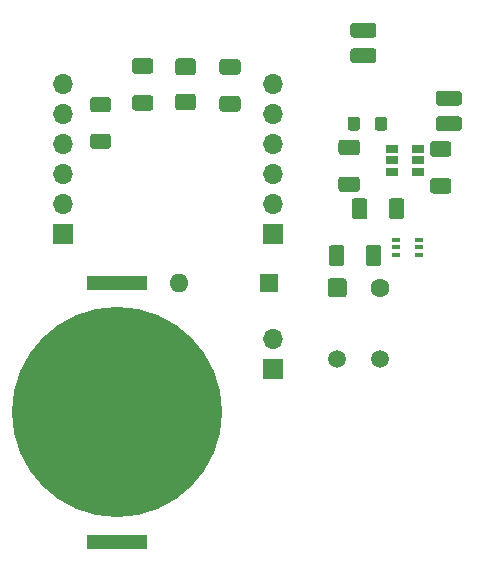
<source format=gbr>
%TF.GenerationSoftware,KiCad,Pcbnew,(5.1.10-1-10_14)*%
%TF.CreationDate,2021-06-28T12:16:04-04:00*%
%TF.ProjectId,fox_hunt_2m_fm,666f785f-6875-46e7-945f-326d5f666d2e,rev?*%
%TF.SameCoordinates,Original*%
%TF.FileFunction,Soldermask,Top*%
%TF.FilePolarity,Negative*%
%FSLAX46Y46*%
G04 Gerber Fmt 4.6, Leading zero omitted, Abs format (unit mm)*
G04 Created by KiCad (PCBNEW (5.1.10-1-10_14)) date 2021-06-28 12:16:04*
%MOMM*%
%LPD*%
G01*
G04 APERTURE LIST*
%ADD10O,1.600000X1.600000*%
%ADD11R,1.600000X1.600000*%
%ADD12R,0.650000X0.400000*%
%ADD13R,1.060000X0.650000*%
%ADD14C,1.500000*%
%ADD15C,1.600000*%
%ADD16O,1.700000X1.700000*%
%ADD17R,1.700000X1.700000*%
%ADD18R,5.080000X1.270000*%
%ADD19C,17.800000*%
G04 APERTURE END LIST*
%TO.C,C7*%
G36*
G01*
X140819160Y-118402220D02*
X139569160Y-118402220D01*
G75*
G02*
X139319160Y-118152220I0J250000D01*
G01*
X139319160Y-117227220D01*
G75*
G02*
X139569160Y-116977220I250000J0D01*
G01*
X140819160Y-116977220D01*
G75*
G02*
X141069160Y-117227220I0J-250000D01*
G01*
X141069160Y-118152220D01*
G75*
G02*
X140819160Y-118402220I-250000J0D01*
G01*
G37*
G36*
G01*
X140819160Y-121377220D02*
X139569160Y-121377220D01*
G75*
G02*
X139319160Y-121127220I0J250000D01*
G01*
X139319160Y-120202220D01*
G75*
G02*
X139569160Y-119952220I250000J0D01*
G01*
X140819160Y-119952220D01*
G75*
G02*
X141069160Y-120202220I0J-250000D01*
G01*
X141069160Y-121127220D01*
G75*
G02*
X140819160Y-121377220I-250000J0D01*
G01*
G37*
%TD*%
D10*
%TO.C,D1*%
X139630000Y-136000000D03*
D11*
X147250000Y-136000000D03*
%TD*%
%TO.C,L3*%
G36*
G01*
X161650000Y-121875000D02*
X163350000Y-121875000D01*
G75*
G02*
X163600000Y-122125000I0J-250000D01*
G01*
X163600000Y-122875000D01*
G75*
G02*
X163350000Y-123125000I-250000J0D01*
G01*
X161650000Y-123125000D01*
G75*
G02*
X161400000Y-122875000I0J250000D01*
G01*
X161400000Y-122125000D01*
G75*
G02*
X161650000Y-121875000I250000J0D01*
G01*
G37*
G36*
G01*
X161650000Y-119725000D02*
X163350000Y-119725000D01*
G75*
G02*
X163600000Y-119975000I0J-250000D01*
G01*
X163600000Y-120725000D01*
G75*
G02*
X163350000Y-120975000I-250000J0D01*
G01*
X161650000Y-120975000D01*
G75*
G02*
X161400000Y-120725000I0J250000D01*
G01*
X161400000Y-119975000D01*
G75*
G02*
X161650000Y-119725000I250000J0D01*
G01*
G37*
%TD*%
%TO.C,L2*%
G36*
G01*
X154400000Y-116125000D02*
X156100000Y-116125000D01*
G75*
G02*
X156350000Y-116375000I0J-250000D01*
G01*
X156350000Y-117125000D01*
G75*
G02*
X156100000Y-117375000I-250000J0D01*
G01*
X154400000Y-117375000D01*
G75*
G02*
X154150000Y-117125000I0J250000D01*
G01*
X154150000Y-116375000D01*
G75*
G02*
X154400000Y-116125000I250000J0D01*
G01*
G37*
G36*
G01*
X154400000Y-113975000D02*
X156100000Y-113975000D01*
G75*
G02*
X156350000Y-114225000I0J-250000D01*
G01*
X156350000Y-114975000D01*
G75*
G02*
X156100000Y-115225000I-250000J0D01*
G01*
X154400000Y-115225000D01*
G75*
G02*
X154150000Y-114975000I0J250000D01*
G01*
X154150000Y-114225000D01*
G75*
G02*
X154400000Y-113975000I250000J0D01*
G01*
G37*
%TD*%
D12*
%TO.C,U2*%
X159954000Y-132319000D03*
X159954000Y-133619000D03*
X158054000Y-132969000D03*
X159954000Y-132969000D03*
X158054000Y-133619000D03*
X158054000Y-132319000D03*
%TD*%
D13*
%TO.C,U1*%
X159850000Y-125603000D03*
X159850000Y-124653000D03*
X159850000Y-126553000D03*
X157650000Y-126553000D03*
X157650000Y-125603000D03*
X157650000Y-124653000D03*
%TD*%
%TO.C,R3*%
G36*
G01*
X132374999Y-123350000D02*
X133625001Y-123350000D01*
G75*
G02*
X133875000Y-123599999I0J-249999D01*
G01*
X133875000Y-124400001D01*
G75*
G02*
X133625001Y-124650000I-249999J0D01*
G01*
X132374999Y-124650000D01*
G75*
G02*
X132125000Y-124400001I0J249999D01*
G01*
X132125000Y-123599999D01*
G75*
G02*
X132374999Y-123350000I249999J0D01*
G01*
G37*
G36*
G01*
X132374999Y-120250000D02*
X133625001Y-120250000D01*
G75*
G02*
X133875000Y-120499999I0J-249999D01*
G01*
X133875000Y-121300001D01*
G75*
G02*
X133625001Y-121550000I-249999J0D01*
G01*
X132374999Y-121550000D01*
G75*
G02*
X132125000Y-121300001I0J249999D01*
G01*
X132125000Y-120499999D01*
G75*
G02*
X132374999Y-120250000I249999J0D01*
G01*
G37*
%TD*%
%TO.C,L1*%
G36*
G01*
X156225000Y-122850001D02*
X156225000Y-122149999D01*
G75*
G02*
X156474999Y-121900000I249999J0D01*
G01*
X157025001Y-121900000D01*
G75*
G02*
X157275000Y-122149999I0J-249999D01*
G01*
X157275000Y-122850001D01*
G75*
G02*
X157025001Y-123100000I-249999J0D01*
G01*
X156474999Y-123100000D01*
G75*
G02*
X156225000Y-122850001I0J249999D01*
G01*
G37*
G36*
G01*
X153925000Y-122850001D02*
X153925000Y-122149999D01*
G75*
G02*
X154174999Y-121900000I249999J0D01*
G01*
X154725001Y-121900000D01*
G75*
G02*
X154975000Y-122149999I0J-249999D01*
G01*
X154975000Y-122850001D01*
G75*
G02*
X154725001Y-123100000I-249999J0D01*
G01*
X154174999Y-123100000D01*
G75*
G02*
X153925000Y-122850001I0J249999D01*
G01*
G37*
%TD*%
D14*
%TO.C,J4*%
X156635000Y-142398000D03*
X153035000Y-142398000D03*
D15*
X156635000Y-136398000D03*
G36*
G01*
X152235000Y-136948000D02*
X152235000Y-135848000D01*
G75*
G02*
X152485000Y-135598000I250000J0D01*
G01*
X153585000Y-135598000D01*
G75*
G02*
X153835000Y-135848000I0J-250000D01*
G01*
X153835000Y-136948000D01*
G75*
G02*
X153585000Y-137198000I-250000J0D01*
G01*
X152485000Y-137198000D01*
G75*
G02*
X152235000Y-136948000I0J250000D01*
G01*
G37*
%TD*%
D16*
%TO.C,J3*%
X147574000Y-140716000D03*
D17*
X147574000Y-143256000D03*
%TD*%
D16*
%TO.C,J2*%
X129794000Y-119126000D03*
X129794000Y-121666000D03*
X129794000Y-124206000D03*
X129794000Y-126746000D03*
X129794000Y-129286000D03*
D17*
X129794000Y-131826000D03*
%TD*%
D16*
%TO.C,J1*%
X147574000Y-119126000D03*
X147574000Y-121666000D03*
X147574000Y-124206000D03*
X147574000Y-126746000D03*
X147574000Y-129286000D03*
D17*
X147574000Y-131826000D03*
%TD*%
%TO.C,C6*%
G36*
G01*
X155459000Y-134317503D02*
X155459000Y-133017497D01*
G75*
G02*
X155708997Y-132767500I249997J0D01*
G01*
X156534003Y-132767500D01*
G75*
G02*
X156784000Y-133017497I0J-249997D01*
G01*
X156784000Y-134317503D01*
G75*
G02*
X156534003Y-134567500I-249997J0D01*
G01*
X155708997Y-134567500D01*
G75*
G02*
X155459000Y-134317503I0J249997D01*
G01*
G37*
G36*
G01*
X152334000Y-134317503D02*
X152334000Y-133017497D01*
G75*
G02*
X152583997Y-132767500I249997J0D01*
G01*
X153409003Y-132767500D01*
G75*
G02*
X153659000Y-133017497I0J-249997D01*
G01*
X153659000Y-134317503D01*
G75*
G02*
X153409003Y-134567500I-249997J0D01*
G01*
X152583997Y-134567500D01*
G75*
G02*
X152334000Y-134317503I0J249997D01*
G01*
G37*
%TD*%
%TO.C,C5*%
G36*
G01*
X157400000Y-130350003D02*
X157400000Y-129049997D01*
G75*
G02*
X157649997Y-128800000I249997J0D01*
G01*
X158475003Y-128800000D01*
G75*
G02*
X158725000Y-129049997I0J-249997D01*
G01*
X158725000Y-130350003D01*
G75*
G02*
X158475003Y-130600000I-249997J0D01*
G01*
X157649997Y-130600000D01*
G75*
G02*
X157400000Y-130350003I0J249997D01*
G01*
G37*
G36*
G01*
X154275000Y-130350003D02*
X154275000Y-129049997D01*
G75*
G02*
X154524997Y-128800000I249997J0D01*
G01*
X155350003Y-128800000D01*
G75*
G02*
X155600000Y-129049997I0J-249997D01*
G01*
X155600000Y-130350003D01*
G75*
G02*
X155350003Y-130600000I-249997J0D01*
G01*
X154524997Y-130600000D01*
G75*
G02*
X154275000Y-130350003I0J249997D01*
G01*
G37*
%TD*%
%TO.C,C4*%
G36*
G01*
X144610983Y-118360500D02*
X143310977Y-118360500D01*
G75*
G02*
X143060980Y-118110503I0J249997D01*
G01*
X143060980Y-117285497D01*
G75*
G02*
X143310977Y-117035500I249997J0D01*
G01*
X144610983Y-117035500D01*
G75*
G02*
X144860980Y-117285497I0J-249997D01*
G01*
X144860980Y-118110503D01*
G75*
G02*
X144610983Y-118360500I-249997J0D01*
G01*
G37*
G36*
G01*
X144610983Y-121485500D02*
X143310977Y-121485500D01*
G75*
G02*
X143060980Y-121235503I0J249997D01*
G01*
X143060980Y-120410497D01*
G75*
G02*
X143310977Y-120160500I249997J0D01*
G01*
X144610983Y-120160500D01*
G75*
G02*
X144860980Y-120410497I0J-249997D01*
G01*
X144860980Y-121235503D01*
G75*
G02*
X144610983Y-121485500I-249997J0D01*
G01*
G37*
%TD*%
%TO.C,C3*%
G36*
G01*
X162450003Y-125300000D02*
X161149997Y-125300000D01*
G75*
G02*
X160900000Y-125050003I0J249997D01*
G01*
X160900000Y-124224997D01*
G75*
G02*
X161149997Y-123975000I249997J0D01*
G01*
X162450003Y-123975000D01*
G75*
G02*
X162700000Y-124224997I0J-249997D01*
G01*
X162700000Y-125050003D01*
G75*
G02*
X162450003Y-125300000I-249997J0D01*
G01*
G37*
G36*
G01*
X162450003Y-128425000D02*
X161149997Y-128425000D01*
G75*
G02*
X160900000Y-128175003I0J249997D01*
G01*
X160900000Y-127349997D01*
G75*
G02*
X161149997Y-127100000I249997J0D01*
G01*
X162450003Y-127100000D01*
G75*
G02*
X162700000Y-127349997I0J-249997D01*
G01*
X162700000Y-128175003D01*
G75*
G02*
X162450003Y-128425000I-249997J0D01*
G01*
G37*
%TD*%
%TO.C,C2*%
G36*
G01*
X137229743Y-118275880D02*
X135929737Y-118275880D01*
G75*
G02*
X135679740Y-118025883I0J249997D01*
G01*
X135679740Y-117200877D01*
G75*
G02*
X135929737Y-116950880I249997J0D01*
G01*
X137229743Y-116950880D01*
G75*
G02*
X137479740Y-117200877I0J-249997D01*
G01*
X137479740Y-118025883D01*
G75*
G02*
X137229743Y-118275880I-249997J0D01*
G01*
G37*
G36*
G01*
X137229743Y-121400880D02*
X135929737Y-121400880D01*
G75*
G02*
X135679740Y-121150883I0J249997D01*
G01*
X135679740Y-120325877D01*
G75*
G02*
X135929737Y-120075880I249997J0D01*
G01*
X137229743Y-120075880D01*
G75*
G02*
X137479740Y-120325877I0J-249997D01*
G01*
X137479740Y-121150883D01*
G75*
G02*
X137229743Y-121400880I-249997J0D01*
G01*
G37*
%TD*%
%TO.C,C1*%
G36*
G01*
X153400997Y-126972500D02*
X154701003Y-126972500D01*
G75*
G02*
X154951000Y-127222497I0J-249997D01*
G01*
X154951000Y-128047503D01*
G75*
G02*
X154701003Y-128297500I-249997J0D01*
G01*
X153400997Y-128297500D01*
G75*
G02*
X153151000Y-128047503I0J249997D01*
G01*
X153151000Y-127222497D01*
G75*
G02*
X153400997Y-126972500I249997J0D01*
G01*
G37*
G36*
G01*
X153400997Y-123847500D02*
X154701003Y-123847500D01*
G75*
G02*
X154951000Y-124097497I0J-249997D01*
G01*
X154951000Y-124922503D01*
G75*
G02*
X154701003Y-125172500I-249997J0D01*
G01*
X153400997Y-125172500D01*
G75*
G02*
X153151000Y-124922503I0J249997D01*
G01*
X153151000Y-124097497D01*
G75*
G02*
X153400997Y-123847500I249997J0D01*
G01*
G37*
%TD*%
D18*
%TO.C,BT1*%
X134366000Y-135954000D03*
X134366000Y-157924000D03*
D19*
X134366000Y-146939000D03*
%TD*%
M02*

</source>
